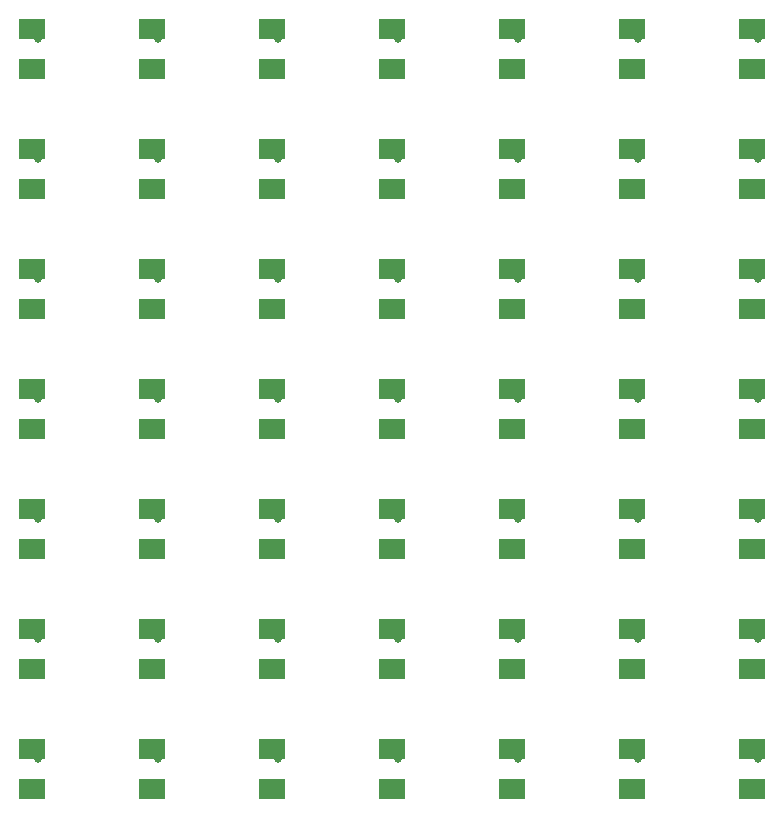
<source format=gbl>
G75*
%MOIN*%
%OFA0B0*%
%FSLAX25Y25*%
%IPPOS*%
%LPD*%
%AMOC8*
5,1,8,0,0,1.08239X$1,22.5*
%
%ADD10R,0.09055X0.06693*%
%ADD11C,0.02600*%
%ADD12C,0.00800*%
D10*
X0124081Y0035455D03*
X0124081Y0048841D03*
X0124081Y0075455D03*
X0124081Y0088841D03*
X0124081Y0115455D03*
X0124081Y0128841D03*
X0124081Y0155455D03*
X0124081Y0168841D03*
X0124081Y0195455D03*
X0124081Y0208841D03*
X0124081Y0235455D03*
X0124081Y0248841D03*
X0124081Y0275455D03*
X0124081Y0288841D03*
X0164081Y0288841D03*
X0164081Y0275455D03*
X0164081Y0248841D03*
X0164081Y0235455D03*
X0164081Y0208841D03*
X0164081Y0195455D03*
X0164081Y0168841D03*
X0164081Y0155455D03*
X0164081Y0128841D03*
X0164081Y0115455D03*
X0164081Y0088841D03*
X0164081Y0075455D03*
X0164081Y0048841D03*
X0164081Y0035455D03*
X0204081Y0035455D03*
X0204081Y0048841D03*
X0204081Y0075455D03*
X0204081Y0088841D03*
X0204081Y0115455D03*
X0204081Y0128841D03*
X0204081Y0155455D03*
X0204081Y0168841D03*
X0204081Y0195455D03*
X0204081Y0208841D03*
X0204081Y0235455D03*
X0204081Y0248841D03*
X0204081Y0275455D03*
X0204081Y0288841D03*
X0244081Y0288841D03*
X0244081Y0275455D03*
X0244081Y0248841D03*
X0244081Y0235455D03*
X0244081Y0208841D03*
X0244081Y0195455D03*
X0244081Y0168841D03*
X0244081Y0155455D03*
X0244081Y0128841D03*
X0244081Y0115455D03*
X0244081Y0088841D03*
X0244081Y0075455D03*
X0244081Y0048841D03*
X0244081Y0035455D03*
X0284081Y0035455D03*
X0284081Y0048841D03*
X0284081Y0075455D03*
X0284081Y0088841D03*
X0284081Y0115455D03*
X0284081Y0128841D03*
X0284081Y0155455D03*
X0284081Y0168841D03*
X0284081Y0195455D03*
X0284081Y0208841D03*
X0284081Y0235455D03*
X0284081Y0248841D03*
X0284081Y0275455D03*
X0284081Y0288841D03*
X0324081Y0288841D03*
X0324081Y0275455D03*
X0324081Y0248841D03*
X0324081Y0235455D03*
X0324081Y0208841D03*
X0324081Y0195455D03*
X0324081Y0168841D03*
X0324081Y0155455D03*
X0324081Y0128841D03*
X0324081Y0115455D03*
X0324081Y0088841D03*
X0324081Y0075455D03*
X0324081Y0048841D03*
X0324081Y0035455D03*
X0364081Y0035455D03*
X0364081Y0048841D03*
X0364081Y0075455D03*
X0364081Y0088841D03*
X0364081Y0115455D03*
X0364081Y0128841D03*
X0364081Y0155455D03*
X0364081Y0168841D03*
X0364081Y0195455D03*
X0364081Y0208841D03*
X0364081Y0235455D03*
X0364081Y0248841D03*
X0364081Y0275455D03*
X0364081Y0288841D03*
D11*
X0122081Y0035148D03*
X0126081Y0045648D03*
X0162081Y0035148D03*
X0166081Y0045648D03*
X0162081Y0075148D03*
X0166081Y0085648D03*
X0162081Y0115148D03*
X0166081Y0125648D03*
X0202081Y0115148D03*
X0206081Y0125648D03*
X0242081Y0115148D03*
X0246081Y0125648D03*
X0282081Y0115148D03*
X0286081Y0125648D03*
X0322081Y0115148D03*
X0326081Y0125648D03*
X0362081Y0115148D03*
X0366081Y0125648D03*
X0362081Y0155148D03*
X0366081Y0165648D03*
X0362081Y0195148D03*
X0366081Y0205648D03*
X0362081Y0235148D03*
X0366081Y0245648D03*
X0362081Y0275148D03*
X0366081Y0285648D03*
X0326081Y0285648D03*
X0322081Y0275148D03*
X0286081Y0285648D03*
X0282081Y0275148D03*
X0246081Y0285648D03*
X0242081Y0275148D03*
X0246081Y0245648D03*
X0242081Y0235148D03*
X0246081Y0205648D03*
X0242081Y0195148D03*
X0246081Y0165648D03*
X0242081Y0155148D03*
X0206081Y0165648D03*
X0202081Y0155148D03*
X0166081Y0165648D03*
X0162081Y0155148D03*
X0126081Y0165648D03*
X0122081Y0155148D03*
X0126081Y0125648D03*
X0122081Y0115148D03*
X0126081Y0085648D03*
X0122081Y0075148D03*
X0202081Y0075148D03*
X0206081Y0085648D03*
X0242081Y0075148D03*
X0246081Y0085648D03*
X0282081Y0075148D03*
X0286081Y0085648D03*
X0322081Y0075148D03*
X0326081Y0085648D03*
X0362081Y0075148D03*
X0366081Y0085648D03*
X0366081Y0045648D03*
X0362081Y0035148D03*
X0326081Y0045648D03*
X0322081Y0035148D03*
X0286081Y0045648D03*
X0282081Y0035148D03*
X0246081Y0045648D03*
X0242081Y0035148D03*
X0206081Y0045648D03*
X0202081Y0035148D03*
X0282081Y0155148D03*
X0286081Y0165648D03*
X0322081Y0155148D03*
X0326081Y0165648D03*
X0322081Y0195148D03*
X0326081Y0205648D03*
X0322081Y0235148D03*
X0326081Y0245648D03*
X0286081Y0245648D03*
X0282081Y0235148D03*
X0286081Y0205648D03*
X0282081Y0195148D03*
X0206081Y0205648D03*
X0202081Y0195148D03*
X0166081Y0205648D03*
X0162081Y0195148D03*
X0126081Y0205648D03*
X0122081Y0195148D03*
X0122081Y0235148D03*
X0126081Y0245648D03*
X0162081Y0235148D03*
X0166081Y0245648D03*
X0162081Y0275148D03*
X0166081Y0285648D03*
X0202081Y0275148D03*
X0206081Y0285648D03*
X0206081Y0245648D03*
X0202081Y0235148D03*
X0126081Y0285648D03*
X0122081Y0275148D03*
D12*
X0122388Y0275455D01*
X0124081Y0275455D01*
X0126081Y0285648D02*
X0126081Y0286841D01*
X0124081Y0288841D01*
X0162081Y0275148D02*
X0162388Y0275455D01*
X0164081Y0275455D01*
X0166081Y0285648D02*
X0166081Y0286841D01*
X0164081Y0288841D01*
X0204081Y0288841D02*
X0206081Y0286841D01*
X0206081Y0285648D01*
X0204081Y0275455D02*
X0202388Y0275455D01*
X0202081Y0275148D01*
X0204081Y0248841D02*
X0206081Y0246841D01*
X0206081Y0245648D01*
X0204081Y0235455D02*
X0202388Y0235455D01*
X0202081Y0235148D01*
X0204081Y0208841D02*
X0206081Y0206841D01*
X0206081Y0205648D01*
X0204081Y0195455D02*
X0202388Y0195455D01*
X0202081Y0195148D01*
X0204081Y0168841D02*
X0206081Y0166841D01*
X0206081Y0165648D01*
X0204081Y0155455D02*
X0202388Y0155455D01*
X0202081Y0155148D01*
X0204081Y0128841D02*
X0206081Y0126841D01*
X0206081Y0125648D01*
X0204081Y0115455D02*
X0202388Y0115455D01*
X0202081Y0115148D01*
X0204081Y0088841D02*
X0206081Y0086841D01*
X0206081Y0085648D01*
X0204081Y0075455D02*
X0202388Y0075455D01*
X0202081Y0075148D01*
X0204081Y0048841D02*
X0206081Y0046841D01*
X0206081Y0045648D01*
X0204081Y0035455D02*
X0202388Y0035455D01*
X0202081Y0035148D01*
X0166081Y0045648D02*
X0166081Y0046841D01*
X0164081Y0048841D01*
X0164081Y0035455D02*
X0162388Y0035455D01*
X0162081Y0035148D01*
X0126081Y0045648D02*
X0126081Y0046841D01*
X0124081Y0048841D01*
X0124081Y0035455D02*
X0122388Y0035455D01*
X0122081Y0035148D01*
X0122081Y0075148D02*
X0122388Y0075455D01*
X0124081Y0075455D01*
X0126081Y0085648D02*
X0126081Y0086841D01*
X0124081Y0088841D01*
X0122081Y0115148D02*
X0122388Y0115455D01*
X0124081Y0115455D01*
X0126081Y0125648D02*
X0126081Y0126841D01*
X0124081Y0128841D01*
X0122081Y0155148D02*
X0122388Y0155455D01*
X0124081Y0155455D01*
X0126081Y0165648D02*
X0126081Y0166841D01*
X0124081Y0168841D01*
X0122081Y0195148D02*
X0122388Y0195455D01*
X0124081Y0195455D01*
X0126081Y0205648D02*
X0126081Y0206841D01*
X0124081Y0208841D01*
X0122081Y0235148D02*
X0122388Y0235455D01*
X0124081Y0235455D01*
X0126081Y0245648D02*
X0126081Y0246841D01*
X0124081Y0248841D01*
X0162081Y0235148D02*
X0162388Y0235455D01*
X0164081Y0235455D01*
X0166081Y0245648D02*
X0166081Y0246841D01*
X0164081Y0248841D01*
X0164081Y0208841D02*
X0166081Y0206841D01*
X0166081Y0205648D01*
X0164081Y0195455D02*
X0162388Y0195455D01*
X0162081Y0195148D01*
X0164081Y0168841D02*
X0166081Y0166841D01*
X0166081Y0165648D01*
X0164081Y0155455D02*
X0162388Y0155455D01*
X0162081Y0155148D01*
X0164081Y0128841D02*
X0166081Y0126841D01*
X0166081Y0125648D01*
X0164081Y0115455D02*
X0162388Y0115455D01*
X0162081Y0115148D01*
X0164081Y0088841D02*
X0166081Y0086841D01*
X0166081Y0085648D01*
X0164081Y0075455D02*
X0162388Y0075455D01*
X0162081Y0075148D01*
X0242081Y0075148D02*
X0242388Y0075455D01*
X0244081Y0075455D01*
X0246081Y0085648D02*
X0246081Y0086841D01*
X0244081Y0088841D01*
X0242081Y0115148D02*
X0242388Y0115455D01*
X0244081Y0115455D01*
X0246081Y0125648D02*
X0246081Y0126841D01*
X0244081Y0128841D01*
X0242081Y0155148D02*
X0242388Y0155455D01*
X0244081Y0155455D01*
X0246081Y0165648D02*
X0246081Y0166841D01*
X0244081Y0168841D01*
X0242081Y0195148D02*
X0242388Y0195455D01*
X0244081Y0195455D01*
X0246081Y0205648D02*
X0246081Y0206841D01*
X0244081Y0208841D01*
X0242081Y0235148D02*
X0242388Y0235455D01*
X0244081Y0235455D01*
X0246081Y0245648D02*
X0246081Y0246841D01*
X0244081Y0248841D01*
X0242081Y0275148D02*
X0242388Y0275455D01*
X0244081Y0275455D01*
X0246081Y0285648D02*
X0246081Y0286841D01*
X0244081Y0288841D01*
X0282081Y0275148D02*
X0282388Y0275455D01*
X0284081Y0275455D01*
X0286081Y0285648D02*
X0286081Y0286841D01*
X0284081Y0288841D01*
X0322081Y0275148D02*
X0322388Y0275455D01*
X0324081Y0275455D01*
X0326081Y0285648D02*
X0326081Y0286841D01*
X0324081Y0288841D01*
X0364081Y0288841D02*
X0366081Y0286841D01*
X0366081Y0285648D01*
X0364081Y0275455D02*
X0362388Y0275455D01*
X0362081Y0275148D01*
X0364081Y0248841D02*
X0366081Y0246841D01*
X0366081Y0245648D01*
X0364081Y0235455D02*
X0362388Y0235455D01*
X0362081Y0235148D01*
X0364081Y0208841D02*
X0366081Y0206841D01*
X0366081Y0205648D01*
X0364081Y0195455D02*
X0362388Y0195455D01*
X0362081Y0195148D01*
X0364081Y0168841D02*
X0366081Y0166841D01*
X0366081Y0165648D01*
X0364081Y0155455D02*
X0362388Y0155455D01*
X0362081Y0155148D01*
X0364081Y0128841D02*
X0366081Y0126841D01*
X0366081Y0125648D01*
X0364081Y0115455D02*
X0362388Y0115455D01*
X0362081Y0115148D01*
X0364081Y0088841D02*
X0366081Y0086841D01*
X0366081Y0085648D01*
X0364081Y0075455D02*
X0362388Y0075455D01*
X0362081Y0075148D01*
X0364081Y0048841D02*
X0366081Y0046841D01*
X0366081Y0045648D01*
X0364081Y0035455D02*
X0362388Y0035455D01*
X0362081Y0035148D01*
X0326081Y0045648D02*
X0326081Y0046841D01*
X0324081Y0048841D01*
X0324081Y0035455D02*
X0322388Y0035455D01*
X0322081Y0035148D01*
X0286081Y0045648D02*
X0286081Y0046841D01*
X0284081Y0048841D01*
X0284081Y0035455D02*
X0282388Y0035455D01*
X0282081Y0035148D01*
X0246081Y0045648D02*
X0246081Y0046841D01*
X0244081Y0048841D01*
X0244081Y0035455D02*
X0242388Y0035455D01*
X0242081Y0035148D01*
X0282081Y0075148D02*
X0282388Y0075455D01*
X0284081Y0075455D01*
X0286081Y0085648D02*
X0286081Y0086841D01*
X0284081Y0088841D01*
X0282081Y0115148D02*
X0282388Y0115455D01*
X0284081Y0115455D01*
X0286081Y0125648D02*
X0286081Y0126841D01*
X0284081Y0128841D01*
X0322081Y0115148D02*
X0322388Y0115455D01*
X0324081Y0115455D01*
X0326081Y0125648D02*
X0326081Y0126841D01*
X0324081Y0128841D01*
X0322081Y0155148D02*
X0322388Y0155455D01*
X0324081Y0155455D01*
X0326081Y0165648D02*
X0326081Y0166841D01*
X0324081Y0168841D01*
X0322081Y0195148D02*
X0322388Y0195455D01*
X0324081Y0195455D01*
X0326081Y0205648D02*
X0326081Y0206841D01*
X0324081Y0208841D01*
X0322081Y0235148D02*
X0322388Y0235455D01*
X0324081Y0235455D01*
X0326081Y0245648D02*
X0326081Y0246841D01*
X0324081Y0248841D01*
X0286081Y0246841D02*
X0284081Y0248841D01*
X0286081Y0246841D02*
X0286081Y0245648D01*
X0284081Y0235455D02*
X0282388Y0235455D01*
X0282081Y0235148D01*
X0284081Y0208841D02*
X0286081Y0206841D01*
X0286081Y0205648D01*
X0284081Y0195455D02*
X0282388Y0195455D01*
X0282081Y0195148D01*
X0284081Y0168841D02*
X0286081Y0166841D01*
X0286081Y0165648D01*
X0284081Y0155455D02*
X0282388Y0155455D01*
X0282081Y0155148D01*
X0324081Y0088841D02*
X0326081Y0086841D01*
X0326081Y0085648D01*
X0324081Y0075455D02*
X0322388Y0075455D01*
X0322081Y0075148D01*
M02*

</source>
